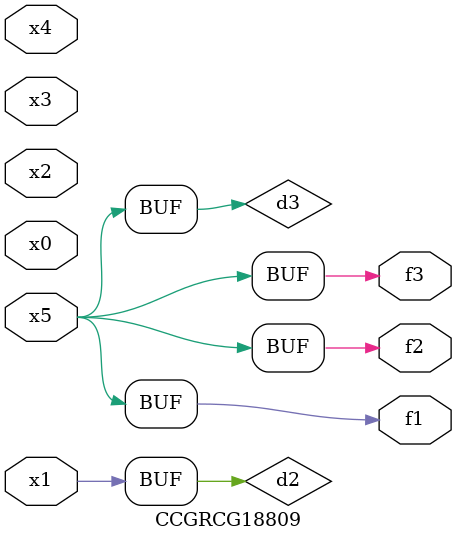
<source format=v>
module CCGRCG18809(
	input x0, x1, x2, x3, x4, x5,
	output f1, f2, f3
);

	wire d1, d2, d3;

	not (d1, x5);
	or (d2, x1);
	xnor (d3, d1);
	assign f1 = d3;
	assign f2 = d3;
	assign f3 = d3;
endmodule

</source>
